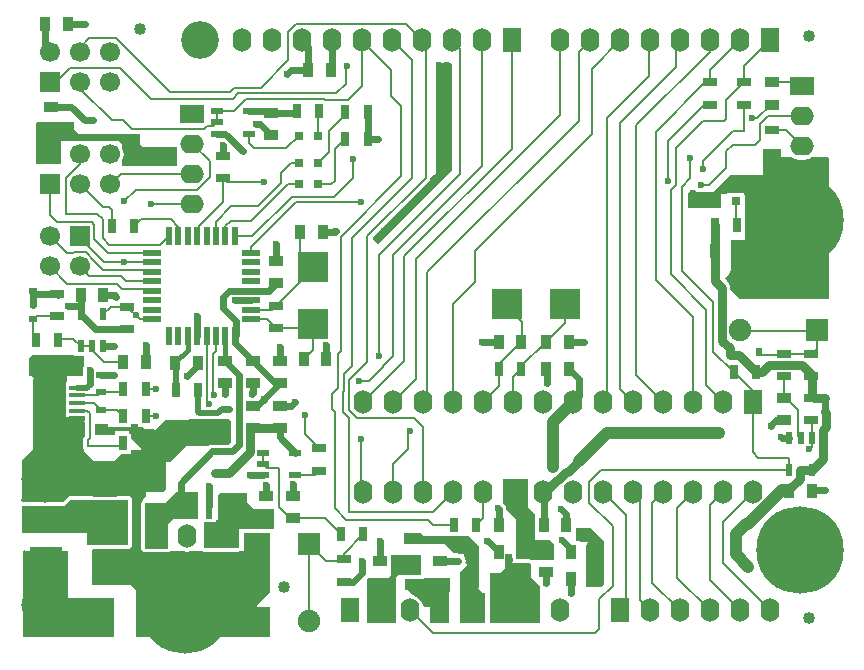
<source format=gtl>
G04*
G04 #@! TF.GenerationSoftware,Altium Limited,Altium Designer,18.1.7 (191)*
G04*
G04 Layer_Physical_Order=1*
G04 Layer_Color=255*
%FSLAX44Y44*%
%MOMM*%
G71*
G01*
G75*
%ADD10C,0.2000*%
%ADD11C,0.5000*%
%ADD12C,0.4000*%
%ADD14R,1.3500X0.4000*%
%ADD15R,1.9000X1.9000*%
%ADD16R,1.4000X1.6000*%
%ADD17R,0.9000X1.3000*%
%ADD18R,0.6000X2.2000*%
%ADD19R,3.5000X2.2000*%
%ADD20R,2.5000X2.6000*%
%ADD21R,2.6000X2.5000*%
%ADD22R,1.0000X0.5500*%
%ADD23R,0.5500X1.0000*%
%ADD24R,1.6000X3.0000*%
%ADD25R,1.3000X0.9000*%
%ADD26R,2.7000X2.0000*%
%ADD27R,0.8000X0.8000*%
%ADD28R,1.5000X0.5500*%
%ADD29R,0.5500X1.5000*%
%ADD30R,0.6858X0.5588*%
%ADD31R,0.5588X0.6858*%
%ADD32R,1.3000X0.7000*%
%ADD33R,0.7000X1.3000*%
%ADD34R,0.9000X0.6000*%
%ADD61C,1.9000*%
%ADD62R,1.9000X1.9000*%
%ADD69C,1.0160*%
%ADD70C,1.0000*%
%ADD71C,0.8000*%
%ADD72C,0.6000*%
%ADD73O,1.6000X2.0000*%
%ADD74R,1.6000X2.0000*%
%ADD75R,2.0000X1.6000*%
%ADD76O,2.0000X1.6000*%
%ADD77C,1.7000*%
%ADD78R,1.7000X1.7000*%
G04:AMPARAMS|DCode=79|XSize=2mm|YSize=1.2mm|CornerRadius=0.36mm|HoleSize=0mm|Usage=FLASHONLY|Rotation=0.000|XOffset=0mm|YOffset=0mm|HoleType=Round|Shape=RoundedRectangle|*
%AMROUNDEDRECTD79*
21,1,2.0000,0.4800,0,0,0.0*
21,1,1.2800,1.2000,0,0,0.0*
1,1,0.7200,0.6400,-0.2400*
1,1,0.7200,-0.6400,-0.2400*
1,1,0.7200,-0.6400,0.2400*
1,1,0.7200,0.6400,0.2400*
%
%ADD79ROUNDEDRECTD79*%
%ADD80C,3.2000*%
%ADD81C,4.0000*%
%ADD82C,7.4000*%
%ADD83C,0.6000*%
G36*
X46000Y432750D02*
X50250Y428500D01*
X101500D01*
Y420500D01*
X104000Y418000D01*
X133000D01*
Y402300D01*
X132876Y402000D01*
X86500D01*
Y406296D01*
X87404Y408478D01*
X87799Y411480D01*
X87404Y414482D01*
X86500Y416665D01*
Y420000D01*
X84000Y422500D01*
X79646D01*
X79202Y422684D01*
X76200Y423079D01*
X73198Y422684D01*
X72754Y422500D01*
X54246D01*
X53802Y422684D01*
X50800Y423079D01*
X47798Y422684D01*
X47354Y422500D01*
X35000D01*
Y404000D01*
X34000Y403051D01*
X14000D01*
Y438298D01*
X14488Y438500D01*
X46000D01*
Y432750D01*
D02*
G37*
G36*
X45750Y241000D02*
X54000D01*
Y232193D01*
X53598Y231591D01*
X53133Y229250D01*
Y224000D01*
X40000D01*
X39625Y223625D01*
Y219000D01*
X38995D01*
Y209000D01*
Y202500D01*
Y196000D01*
Y189500D01*
X54917D01*
Y186604D01*
X53765Y185025D01*
X54917Y184622D01*
Y174248D01*
X54858Y173076D01*
X54366Y172584D01*
X53482Y171261D01*
X53172Y169700D01*
X53172Y169700D01*
Y164500D01*
X53482Y162939D01*
X54295Y161723D01*
X54246Y160746D01*
X54000Y160500D01*
X62500Y152000D01*
X79750D01*
X85750Y158000D01*
X93750D01*
Y161500D01*
X102500D01*
Y162930D01*
X93750Y171680D01*
Y177000D01*
X80750D01*
Y174000D01*
X64470D01*
X64000Y174195D01*
Y183000D01*
X74500D01*
Y181000D01*
X81000D01*
Y180500D01*
X85340D01*
X86000Y179840D01*
X86660Y180500D01*
X94000D01*
Y183000D01*
X100000D01*
Y180500D01*
X104500D01*
X105000Y180000D01*
Y179000D01*
X113375D01*
X114375Y178000D01*
X122875Y186500D01*
X178000D01*
X178821Y185570D01*
Y167501D01*
X177437Y166117D01*
X163000D01*
X160659Y165652D01*
X158935Y164500D01*
X142000D01*
X141500Y165000D01*
X127500Y151000D01*
X124000D01*
Y127865D01*
X122000Y125865D01*
X121865Y126000D01*
X107000D01*
Y122000D01*
X104000Y119000D01*
Y118576D01*
X103837Y118413D01*
X103174Y117421D01*
X102941Y116250D01*
X102941Y116250D01*
Y77750D01*
X103174Y76579D01*
X103837Y75587D01*
X104000Y75478D01*
Y75300D01*
X104267D01*
X104830Y74924D01*
X106000Y74691D01*
X125000D01*
X126171Y74924D01*
X126284Y75000D01*
X127200D01*
Y75300D01*
X138688D01*
X138728Y75283D01*
X141600Y74905D01*
X144472Y75283D01*
X144512Y75300D01*
X154815D01*
X154830Y75290D01*
X156000Y75057D01*
X165843D01*
X167000Y74905D01*
X168157Y75057D01*
X184750D01*
X185921Y75290D01*
X185935Y75300D01*
X187675D01*
X187960Y75015D01*
X189764Y76819D01*
Y90941D01*
X197282D01*
X197480Y90981D01*
X197681Y90967D01*
X200000Y91273D01*
X202319Y90967D01*
X202520Y90981D01*
X202718Y90941D01*
X211559D01*
X212000Y90500D01*
Y40728D01*
X200272Y29000D01*
X201272Y28000D01*
X212000D01*
Y3000D01*
X98000D01*
Y43000D01*
X94000Y47000D01*
X61000D01*
Y76875D01*
X61566Y77441D01*
X82598D01*
X83000Y77361D01*
X91442D01*
X91442Y77361D01*
X92613Y77594D01*
X93605Y78257D01*
X93605Y78257D01*
X93913Y78565D01*
X94576Y79557D01*
X94809Y80728D01*
X94809Y80728D01*
Y119000D01*
X94576Y120170D01*
X93913Y121163D01*
X92921Y121826D01*
X91750Y122059D01*
X83000D01*
X81830Y121826D01*
X81430Y121559D01*
X62570D01*
X62171Y121826D01*
X61000Y122059D01*
X42500D01*
X42500Y122059D01*
X41329Y121826D01*
X40337Y121163D01*
X36233Y117059D01*
X22130D01*
X21981Y117029D01*
X21830Y117044D01*
X21000Y116962D01*
X20170Y117044D01*
X20019Y117029D01*
X19870Y117059D01*
X2000D01*
X1951Y117049D01*
X582Y118418D01*
X2000Y120196D01*
X2000Y153000D01*
X11000Y162000D01*
Y221021D01*
X12000Y222021D01*
X10021Y224000D01*
X7370D01*
Y239370D01*
X10000Y242000D01*
X45750D01*
Y241000D01*
D02*
G37*
G36*
X91750Y80728D02*
X91442Y80420D01*
X83000D01*
Y80500D01*
X61000D01*
Y80420D01*
X57050D01*
Y90450D01*
X56500Y91000D01*
X2000D01*
Y114000D01*
X19870D01*
X21000Y113889D01*
X22130Y114000D01*
X37500D01*
X42500Y119000D01*
X61000D01*
Y118500D01*
X83000D01*
Y119000D01*
X91750D01*
Y80728D01*
D02*
G37*
G36*
X192000Y116750D02*
X197500Y111250D01*
X215000D01*
Y94256D01*
X214744Y94000D01*
X202718D01*
X200000Y94358D01*
X197282Y94000D01*
X185800D01*
Y79166D01*
X184750Y78116D01*
X156000D01*
Y100000D01*
X166400D01*
Y102000D01*
X168000D01*
Y123000D01*
X170000Y125000D01*
X192000D01*
Y116750D01*
D02*
G37*
G36*
X151000Y103253D02*
X150793Y102753D01*
X129753D01*
X125000Y98000D01*
Y77750D01*
X106000D01*
Y116250D01*
X106250Y116500D01*
X122500D01*
X132000Y126000D01*
X151000D01*
Y103253D01*
D02*
G37*
G36*
X4375Y76000D02*
X40750D01*
Y37720D01*
X40750Y36546D01*
X40750Y36546D01*
Y36546D01*
X40750Y36546D01*
X40750Y35250D01*
X41000Y35000D01*
X42000Y36000D01*
X42020Y36000D01*
X80000D01*
Y3250D01*
X79896Y3000D01*
X3000D01*
Y75716D01*
X4173Y76202D01*
X4375Y76000D01*
D02*
G37*
G36*
X644000Y416169D02*
Y409000D01*
X653920D01*
X654453Y408591D01*
X657128Y407483D01*
X660000Y407105D01*
X664000D01*
X666872Y407483D01*
X669548Y408591D01*
X670080Y409000D01*
X684000D01*
X685000Y408000D01*
Y289000D01*
X609600D01*
X601560Y297040D01*
Y298000D01*
X601320Y299827D01*
X600615Y301530D01*
X599492Y302992D01*
X599000Y303485D01*
Y305000D01*
X597000Y307000D01*
X602000Y312000D01*
Y338934D01*
X602160Y339000D01*
X614000D01*
Y377000D01*
X613000Y378000D01*
Y379000D01*
X599000D01*
Y378000D01*
X594000D01*
Y367026D01*
X594026Y367000D01*
X593026Y366000D01*
X566000D01*
Y378308D01*
X565958Y378350D01*
X566484Y379620D01*
X575306D01*
X576500Y379383D01*
X577694Y379620D01*
X587000D01*
Y379862D01*
X601138Y394000D01*
X629000D01*
Y416169D01*
X644000D01*
X644000Y416169D01*
D02*
G37*
G36*
X365760Y488102D02*
Y397910D01*
X303425Y335575D01*
X299019Y339981D01*
Y341251D01*
X346384Y388616D01*
X346384Y388616D01*
X347268Y389939D01*
X347578Y391500D01*
Y391578D01*
X350000Y394000D01*
X352000Y395000D01*
Y489000D01*
X364862Y489000D01*
X365760Y488102D01*
D02*
G37*
G36*
X430000Y113000D02*
X436000Y107000D01*
Y85000D01*
X448750D01*
X452000Y81750D01*
Y68000D01*
X433682D01*
X433437Y68200D01*
X433294Y68243D01*
X433171Y68326D01*
X432727Y68414D01*
X432294Y68545D01*
X432146Y68530D01*
X432000Y68559D01*
X421063D01*
X420652Y70626D01*
X420059Y71514D01*
Y73000D01*
X420000Y73296D01*
Y102877D01*
X411511Y111366D01*
X411152Y113171D01*
X409826Y115156D01*
X408877Y116104D01*
Y136500D01*
X430000D01*
Y113000D01*
D02*
G37*
G36*
X417000Y65500D02*
X432000D01*
X432780Y64553D01*
Y53560D01*
X439765Y46575D01*
X439848Y46159D01*
X440000Y45932D01*
Y15000D01*
X398000D01*
Y57250D01*
X406627D01*
X406877Y57000D01*
X410877Y61000D01*
X411000D01*
Y73000D01*
X417000D01*
Y65500D01*
D02*
G37*
G36*
X494750Y84000D02*
Y47693D01*
X492057Y45000D01*
X479326D01*
Y80600D01*
X479855Y81730D01*
X481000Y82875D01*
X481000Y83000D01*
X479329D01*
X478156Y83000D01*
X474000D01*
Y84500D01*
X470780D01*
Y95500D01*
X483250D01*
X494750Y84000D01*
D02*
G37*
G36*
X342309Y88000D02*
X380000D01*
X389000Y79000D01*
Y45000D01*
X388000Y44000D01*
X392160Y39840D01*
X394000D01*
Y15000D01*
X394000Y15000D01*
X373000D01*
Y58000D01*
X379000Y64000D01*
X377058Y65942D01*
X377368Y67500D01*
X376902Y69841D01*
X376000Y71191D01*
Y73500D01*
X371841D01*
X371250Y73618D01*
X367142D01*
X359010Y81750D01*
X325500D01*
X325250Y82000D01*
Y90500D01*
X339809D01*
X342309Y88000D01*
D02*
G37*
G36*
X364000Y42000D02*
X363000Y41000D01*
Y15000D01*
X347500D01*
Y28000D01*
X343000D01*
X340945Y30055D01*
X340917Y30272D01*
X339809Y32947D01*
X338045Y35245D01*
X335747Y37009D01*
X333072Y38117D01*
X332855Y38145D01*
X328000Y43000D01*
X326000D01*
Y51941D01*
X340000D01*
X341171Y52174D01*
X342163Y52837D01*
X342272Y53000D01*
X364000D01*
Y42000D01*
D02*
G37*
G36*
X340000Y70867D02*
Y55000D01*
X320500D01*
X318300Y52800D01*
Y15000D01*
X294000D01*
Y52160D01*
X294840Y53000D01*
X312000D01*
X314000Y55000D01*
Y60000D01*
X314500D01*
Y71880D01*
X339380D01*
X340000Y70867D01*
D02*
G37*
D10*
X237500Y316500D02*
Y346000D01*
Y316500D02*
X248000D01*
X647000Y242500D02*
X671000D01*
X625192Y242000D02*
X646500D01*
X675000Y246500D02*
Y262000D01*
X671000Y242500D02*
X675000Y246500D01*
X373000Y395000D02*
Y500760D01*
X304000Y326000D02*
X373000Y395000D01*
X304000Y240500D02*
Y326000D01*
X391160Y401550D02*
Y508000D01*
X315692Y326082D02*
X391160Y401550D01*
X315692Y240422D02*
Y326082D01*
X416560Y416316D02*
Y508000D01*
X325250Y325006D02*
X416560Y416316D01*
X325250Y236730D02*
Y325006D01*
X281000Y340800D02*
X332000Y391800D01*
X281000Y232500D02*
Y340800D01*
X274000Y225500D02*
X281000Y232500D01*
X274000Y210814D02*
Y225500D01*
X294000Y342000D02*
X343500Y391500D01*
X294000Y235442D02*
Y342000D01*
X279000Y220442D02*
X294000Y235442D01*
X332000Y391800D02*
Y490960D01*
X323000Y392808D02*
Y452500D01*
X272000Y341808D02*
X323000Y392808D01*
X272000Y245250D02*
Y341808D01*
X314960Y508000D02*
X332000Y490960D01*
X335000Y322500D02*
X457200Y444700D01*
X335000Y221080D02*
Y322500D01*
X315850Y201930D02*
X335000Y221080D01*
X457200Y444700D02*
Y508000D01*
X344500Y205180D02*
Y311500D01*
X341250Y201930D02*
X344500Y205180D01*
Y311500D02*
X473000Y440000D01*
X366650Y201930D02*
Y285135D01*
X385000Y303485D01*
Y329750D01*
X484000Y428750D01*
Y484000D02*
X508000Y508000D01*
X484000Y428750D02*
Y484000D01*
X522000Y436000D02*
X584200Y498200D01*
X522000Y224380D02*
Y436000D01*
X584200Y498200D02*
Y508000D01*
X555750Y485750D02*
Y504950D01*
X508000Y438000D02*
X555750Y485750D01*
X508000Y212980D02*
Y438000D01*
X268916Y242166D02*
X272000Y245250D01*
X268916Y213841D02*
Y242166D01*
X264000Y208925D02*
X268916Y213841D01*
X279000Y208743D02*
Y220442D01*
X273950Y210765D02*
X274000Y210814D01*
X278950Y208693D02*
X279000Y208743D01*
X314250Y461250D02*
X323000Y452500D01*
X314250Y461250D02*
Y483310D01*
X264000Y195975D02*
X266750Y193225D01*
Y111800D02*
Y193225D01*
Y111800D02*
X276450Y102100D01*
X345400D02*
X349500Y98000D01*
X276450Y102100D02*
X345400D01*
X273950Y193095D02*
X278950Y188095D01*
Y109080D02*
Y188095D01*
Y109080D02*
X350000D01*
X264000Y195975D02*
Y208925D01*
X273950Y193095D02*
Y210765D01*
X278950Y195167D02*
Y208693D01*
Y195167D02*
X285687Y188430D01*
X241000Y174500D02*
Y191000D01*
Y174500D02*
X253000Y162500D01*
X567750Y391500D02*
Y408000D01*
X560429Y384179D02*
X567750Y391500D01*
X560429Y312821D02*
Y384179D01*
X555429Y416429D02*
X578750Y439750D01*
X555429Y385808D02*
Y416429D01*
X578750Y439750D02*
X596500D01*
X560429Y312821D02*
X587000Y286250D01*
X551000Y381379D02*
X555429Y385808D01*
X579440Y453440D02*
X584200D01*
X549000Y423000D02*
X579440Y453440D01*
X549000Y388571D02*
Y423000D01*
X538250Y305000D02*
Y430750D01*
Y305000D02*
X569850Y273400D01*
X522000Y224380D02*
X544450Y201930D01*
X508000Y212980D02*
X519050Y201930D01*
X497000Y442200D02*
X532500Y477700D01*
X497000Y205280D02*
Y442200D01*
X493650Y201930D02*
X497000Y205280D01*
X595250Y100330D02*
X620650Y125730D01*
X595250Y65150D02*
Y100330D01*
Y65150D02*
X635000Y25400D01*
X647000Y207000D02*
X659000Y195000D01*
Y173000D02*
Y195000D01*
Y173000D02*
X661000Y171000D01*
X158000Y205058D02*
X158500Y204558D01*
X158000Y205058D02*
Y210442D01*
X158500Y210942D01*
Y201000D02*
X159750Y199750D01*
X158500Y201000D02*
Y204558D01*
Y210942D02*
Y242950D01*
X670500Y185000D02*
X672000Y186500D01*
X670500Y171000D02*
Y185000D01*
X587000Y244500D02*
X604500Y227000D01*
X587000Y244500D02*
Y286250D01*
X519050Y125730D02*
X525000Y119780D01*
Y33800D02*
Y119780D01*
Y33800D02*
X533400Y25400D01*
X493650Y125730D02*
X513000Y106380D01*
Y30400D02*
Y106380D01*
X508000Y25400D02*
X513000Y30400D01*
X492057Y144000D02*
X651500D01*
X482150Y134093D02*
X492057Y144000D01*
X482150Y116260D02*
X502000Y96410D01*
Y46250D02*
Y96410D01*
X490500Y34750D02*
X502000Y46250D01*
X482150Y116260D02*
Y134093D01*
X65500Y361000D02*
X70130Y356370D01*
X39000Y361000D02*
X65500D01*
X70130Y340370D02*
Y356370D01*
Y340370D02*
X75750Y334750D01*
X50800Y386080D02*
X70130Y366750D01*
X75250D01*
X78000Y364000D01*
X343500Y391500D02*
Y504860D01*
X84250Y164500D02*
X87250Y167500D01*
X57250Y164500D02*
X84250D01*
X82500Y195000D02*
X87500Y190000D01*
X69000Y195000D02*
X82500D01*
X84500Y210000D02*
X87500Y213000D01*
X69000Y210000D02*
X84500D01*
X50800Y467200D02*
X77750Y440250D01*
X94500Y432750D02*
X156000D01*
X87000Y440250D02*
X94500Y432750D01*
X77750Y440250D02*
X87000D01*
X82000Y302000D02*
X86250Y297750D01*
X40000Y302000D02*
X82000D01*
X86250Y297750D02*
X110250D01*
X598250Y414000D02*
X604000Y419750D01*
X598250Y400058D02*
Y414000D01*
X583692Y385500D02*
X598250Y400058D01*
X576500Y385500D02*
X583692D01*
X307270Y231828D02*
Y232000D01*
X295442Y220000D02*
X307270Y231828D01*
Y232000D02*
X315692Y240422D01*
X287750Y220000D02*
X295442D01*
X310500Y221980D02*
X325250Y236730D01*
X310500Y221980D02*
Y221980D01*
X365760Y508000D02*
X373000Y500760D01*
X473000Y498400D02*
X482600Y508000D01*
X473000Y440000D02*
Y498400D01*
X91000Y282500D02*
X101500Y272000D01*
X57050Y194500D02*
X58995Y192555D01*
Y171445D02*
Y192555D01*
X57250Y169700D02*
X58995Y171445D01*
X48745Y194500D02*
X57050D01*
X57250Y164500D02*
Y169700D01*
X651500Y144000D02*
Y154500D01*
X625250D02*
X651500D01*
X620650Y159100D02*
X625250Y154500D01*
X620650Y159100D02*
Y201930D01*
X535250Y116530D02*
X544450Y125730D01*
X535250Y48950D02*
Y116530D01*
Y48950D02*
X558800Y25400D01*
X556500Y112380D02*
X569850Y125730D01*
X556500Y53100D02*
Y112380D01*
Y53100D02*
X584200Y25400D01*
Y114680D02*
X595250Y125730D01*
X584200Y50800D02*
Y114680D01*
Y50800D02*
X609600Y25400D01*
X71250Y320000D02*
X112000D01*
X161000Y391937D02*
Y405600D01*
X150363Y381300D02*
X161000Y391937D01*
X50800Y316600D02*
X58900Y308500D01*
X62800Y321379D02*
X70679Y313500D01*
X91192D01*
X58900Y308500D02*
X85750D01*
X90250Y304000D01*
X91442Y313750D02*
X110250D01*
X91192Y313500D02*
X91442Y313750D01*
X88500Y371750D02*
X98000Y381250D01*
X139187D01*
X85320Y395200D02*
X146000D01*
X76200Y386080D02*
X85320Y395200D01*
X139187Y381250D02*
X139237Y381300D01*
X150363D01*
X146000Y420600D02*
X161000Y405600D01*
X111000Y369750D02*
X112000D01*
X102500Y356500D02*
X127750D01*
X75750Y334750D02*
X118750D01*
X126000Y342000D01*
X112000Y369750D02*
X112050Y369800D01*
X146000D01*
X287500Y219750D02*
X287750Y220000D01*
X328750Y176050D02*
X330200Y177500D01*
X328750Y162000D02*
Y176050D01*
X315850Y149100D02*
X328750Y162000D01*
X315850Y125730D02*
Y149100D01*
X249500Y140000D02*
X253000Y143500D01*
X233000Y140000D02*
X249500D01*
X206000Y149500D02*
Y159000D01*
Y149500D02*
X209250Y146250D01*
X219121D01*
X219750Y145621D01*
Y112500D02*
Y145621D01*
Y112500D02*
X228750Y103500D01*
X231000D01*
X258000D02*
X271500Y90000D01*
X231000Y103500D02*
X258000D01*
X274000Y73500D02*
X290500Y90000D01*
X274000Y68500D02*
Y73500D01*
X272750Y67250D02*
X274000Y68500D01*
X259500Y67250D02*
X272750D01*
X245000Y81750D02*
X259500Y67250D01*
X245000Y16750D02*
Y81750D01*
X386500Y98000D02*
X392050Y103550D01*
Y125730D01*
X163500Y208750D02*
Y222021D01*
Y208750D02*
X164500Y207750D01*
X163500Y222021D02*
X163500Y222021D01*
X163500Y222021D02*
Y242750D01*
X48745Y207500D02*
X66500D01*
X158000Y243450D02*
X158500Y242950D01*
X163500Y242750D02*
X166000Y245250D01*
Y258000D01*
X158000Y243450D02*
Y258000D01*
X106500Y189750D02*
X115500D01*
X106500Y213000D02*
X115500D01*
X63000Y201000D02*
X69000Y195000D01*
X48745Y201000D02*
X63000D01*
X66500Y207500D02*
X69000Y210000D01*
X45000Y255500D02*
X51500Y249000D01*
X34000Y255500D02*
X45000D01*
X32500Y254000D02*
X34000Y255500D01*
X70800Y236000D02*
X87500D01*
X61000Y245800D02*
Y249000D01*
Y245800D02*
X70800Y236000D01*
X51500Y249000D02*
X61000D01*
X11000Y256500D02*
X13500Y254000D01*
X11000Y256500D02*
Y271808D01*
X13692Y274500D01*
X31000D01*
X70500Y276000D02*
X77000Y282500D01*
X91000D01*
X101500Y272000D02*
X112000D01*
X240500Y238000D02*
X248000Y245500D01*
Y267500D01*
X245000Y264500D02*
X248000Y267500D01*
X217000Y264500D02*
X245000D01*
X209500Y272000D02*
X217000Y264500D01*
X196000Y272000D02*
X209500D01*
X248000Y314500D02*
Y316500D01*
X217000Y283500D02*
X248000Y314500D01*
X213500Y280000D02*
X217000Y283500D01*
X196000Y280000D02*
X213500D01*
X174000Y342000D02*
Y350750D01*
X178500Y355250D01*
X196000D01*
X201179Y367500D02*
X220750Y387071D01*
X179000Y367500D02*
X201179D01*
X196000Y355250D02*
X226830Y386080D01*
X220750Y387071D02*
Y395500D01*
X229250Y404000D01*
X226830Y386080D02*
X236000D01*
X230500Y375750D02*
X265750D01*
X196750Y342000D02*
X230500Y375750D01*
X233750Y370750D02*
X288750D01*
X196000Y333000D02*
X233750Y370750D01*
X265750Y375750D02*
X281750Y391750D01*
X229250Y404000D02*
X236000D01*
X166000Y354500D02*
X179000Y367500D01*
X166000Y342000D02*
Y354500D01*
X266750Y416000D02*
X275500Y424750D01*
X266750Y389250D02*
Y416000D01*
X261750Y431250D02*
X275500Y445000D01*
X261750Y413750D02*
Y431250D01*
X252000Y404000D02*
X261750Y413750D01*
X263580Y386080D02*
X266750Y389250D01*
X252000Y386080D02*
X263580D01*
X275500Y445000D02*
Y447750D01*
X252000Y446500D02*
X253500Y448000D01*
X252000Y427000D02*
Y446500D01*
X225500Y416500D02*
X236000Y427000D01*
X198500Y416500D02*
X225500D01*
X194000Y421000D02*
X198500Y416500D01*
X194000Y421000D02*
Y429000D01*
X110250Y297750D02*
X112000Y296000D01*
X90250Y304000D02*
X112000D01*
X67800Y323450D02*
X71250Y320000D01*
X25400Y316600D02*
X40000Y302000D01*
X110250Y313750D02*
X112000Y312000D01*
X62800Y321379D02*
Y321571D01*
X55771Y328600D02*
X62800Y321571D01*
X45829Y328600D02*
X55771D01*
X44979Y327750D02*
X45829Y328600D01*
X39650Y327750D02*
X44979D01*
X67800Y323450D02*
Y323642D01*
X57842Y333600D02*
X67800Y323642D01*
X57650Y333600D02*
X57842D01*
X50800Y340450D02*
X57650Y333600D01*
X74750Y328000D02*
X112000D01*
X62800Y339950D02*
X74750Y328000D01*
X25400Y342000D02*
X39650Y327750D01*
X50800Y340450D02*
Y342000D01*
X62800Y339950D02*
Y351950D01*
X60750Y354000D02*
X62800Y351950D01*
X31500Y354000D02*
X60750D01*
X25400Y360100D02*
X31500Y354000D01*
X25400Y360100D02*
Y386080D01*
X78000Y351000D02*
Y364000D01*
X97000Y351000D02*
X102500Y356500D01*
X127750D02*
X134000Y350250D01*
Y342000D02*
Y350250D01*
X97000Y351000D02*
X98500Y349500D01*
X38800Y391051D02*
X50800Y403051D01*
X39000Y361000D02*
Y380709D01*
X38800Y380909D02*
X39000Y380709D01*
X38800Y380909D02*
Y391051D01*
X50800Y403051D02*
Y411480D01*
X289560Y469560D02*
Y508000D01*
X277750Y457750D02*
X289560Y469560D01*
X292500Y505060D02*
X314250Y483310D01*
X258700Y457750D02*
X277750D01*
X258450Y458000D02*
X258700Y457750D01*
X191300Y458000D02*
X258450D01*
X181300Y448000D02*
X191300Y458000D01*
X167000Y448000D02*
X181300D01*
X185000Y463000D02*
X268000D01*
X276250Y471250D01*
X180500Y458500D02*
X185000Y463000D01*
X204000Y468000D02*
X227260Y491260D01*
X181358Y468000D02*
X204000D01*
X177619Y464261D02*
X181358Y468000D01*
X126750Y464261D02*
X177619D01*
X111250Y458500D02*
X180500D01*
X276250Y471250D02*
Y485500D01*
X167000Y438500D02*
Y448000D01*
X163750Y435250D02*
X167000Y438500D01*
X158500Y435250D02*
X163750D01*
X156000Y432750D02*
X158500Y435250D01*
X50800Y467200D02*
Y472440D01*
X276250Y485500D02*
X277250Y486500D01*
X84750Y485000D02*
X111250Y458500D01*
X81171Y509840D02*
X126750Y464261D01*
X340360Y508000D02*
X343500Y504860D01*
X42750Y485000D02*
X84750D01*
X58840Y509840D02*
X81171D01*
X30190Y472440D02*
X42750Y485000D01*
X25400Y472440D02*
X30190D01*
X326860Y521500D02*
X340360Y508000D01*
X233997Y521500D02*
X326860D01*
X227260Y514763D02*
X233997Y521500D01*
X227260Y491260D02*
Y514763D01*
X50800Y501800D02*
X58840Y509840D01*
X50800Y497840D02*
Y501800D01*
X417450Y201930D02*
Y222950D01*
X424500Y230000D01*
Y232000D01*
X445500Y253000D01*
X461500Y269000D01*
Y285000D01*
X392050Y201930D02*
X405500Y215380D01*
Y230000D01*
Y234000D01*
X424500Y253000D01*
X424750Y253250D01*
Y269750D01*
X412500Y282000D02*
X424750Y269750D01*
X412500Y282000D02*
Y285000D01*
X647000Y207000D02*
Y223500D01*
X646500Y242000D02*
X647000Y242500D01*
X610000Y262000D02*
X675000D01*
X606000Y353500D02*
X607500Y352000D01*
X606000Y353500D02*
Y372000D01*
X635869Y453440D02*
X636840D01*
X624429Y442000D02*
X635869Y453440D01*
X620000Y442000D02*
X624429D01*
X633100Y443600D02*
X662000D01*
X626840Y437340D02*
X633100Y443600D01*
X626840Y423840D02*
Y437340D01*
X648400Y431800D02*
X662000Y418200D01*
X636840Y431800D02*
X648400D01*
X604000Y419750D02*
X622750D01*
X626840Y423840D01*
X658560Y472440D02*
X662000Y469000D01*
X636840Y472440D02*
X658560D01*
X578250Y399000D02*
Y406000D01*
X603500Y431250D01*
X551000Y310000D02*
Y381379D01*
Y310000D02*
X581000Y280000D01*
Y216180D02*
Y280000D01*
X604500Y227000D02*
X620650Y210850D01*
Y201930D02*
Y210850D01*
X490500Y9500D02*
Y34750D01*
X487250Y6250D02*
X490500Y9500D01*
X349350Y6250D02*
X487250D01*
X330200Y25400D02*
X349350Y6250D01*
X150000Y342000D02*
X151750Y343750D01*
Y350950D01*
X172000Y371200D01*
Y391500D01*
X175750Y387750D01*
X207000D01*
X281750Y391750D02*
Y407750D01*
X613240Y431250D02*
Y453440D01*
X603500Y431250D02*
X613240D01*
X196000Y328000D02*
Y333000D01*
X182000Y342000D02*
X196750D01*
X548929Y388500D02*
X549000Y388571D01*
X538250Y430750D02*
X579940Y472440D01*
X596500Y439750D02*
X598250Y441500D01*
X579940Y472440D02*
X584200D01*
X598250Y441500D02*
Y457450D01*
X670500Y164000D02*
Y171000D01*
X668250Y161750D02*
X670500Y164000D01*
X290450Y201930D02*
X310500Y221980D01*
X289000Y127180D02*
X290450Y125730D01*
X289000Y127180D02*
Y170250D01*
X285687Y188430D02*
X333320D01*
X341250Y180500D01*
Y125730D02*
Y180500D01*
X350000Y109080D02*
X366650Y125730D01*
X349500Y98000D02*
X367500D01*
X581000Y216180D02*
X595250Y201930D01*
X613240Y486240D02*
X635000Y508000D01*
X613240Y472440D02*
Y486240D01*
X598250Y457450D02*
X613240Y472440D01*
X584200Y482600D02*
X609600Y508000D01*
X584200Y472440D02*
Y482600D01*
X569850Y201930D02*
Y273400D01*
X555750Y504950D02*
X558800Y508000D01*
X532500Y507100D02*
X533400Y508000D01*
X532500Y477700D02*
Y507100D01*
D11*
X151500Y192250D02*
X167500D01*
X150750Y193000D02*
X151500Y192250D01*
X167500D02*
X171000Y195750D01*
X150750Y193000D02*
Y212000D01*
X442850Y125730D02*
X443500Y125080D01*
X131500Y235250D02*
X131750Y235000D01*
Y212000D02*
Y235000D01*
X131500Y235000D02*
Y235250D01*
X56500Y214000D02*
X59250Y216750D01*
X48745Y214000D02*
X56500D01*
D12*
X142000Y245750D02*
Y258000D01*
X131500Y235250D02*
X142000Y245750D01*
X174000Y236500D02*
Y258000D01*
D14*
X48745Y214000D02*
D03*
Y207500D02*
D03*
Y201000D02*
D03*
Y194500D02*
D03*
Y188000D02*
D03*
D15*
X21995Y189000D02*
D03*
Y213000D02*
D03*
X245000Y81750D02*
D03*
D16*
X46495Y233000D02*
D03*
Y169000D02*
D03*
D17*
X445500Y253000D02*
D03*
X464500D02*
D03*
X466500Y75000D02*
D03*
X485500D02*
D03*
X263000Y483000D02*
D03*
X244000D02*
D03*
X405500Y75000D02*
D03*
X424500D02*
D03*
X607500Y329750D02*
D03*
X588500D02*
D03*
X131500Y235000D02*
D03*
X150500D02*
D03*
X237500Y346000D02*
D03*
X256500D02*
D03*
X240500Y238000D02*
D03*
X259500D02*
D03*
X383500Y50000D02*
D03*
X402500D02*
D03*
X21500Y522000D02*
D03*
X40500D02*
D03*
X464500Y230000D02*
D03*
X445500D02*
D03*
X424500Y98000D02*
D03*
X405500D02*
D03*
X443500D02*
D03*
X462500D02*
D03*
X424500Y253000D02*
D03*
X405500D02*
D03*
X651500Y126436D02*
D03*
X670500D02*
D03*
X51500Y292000D02*
D03*
X70500D02*
D03*
X87500Y236000D02*
D03*
X106500D02*
D03*
X485500Y52000D02*
D03*
X466500D02*
D03*
D18*
X135000Y114000D02*
D03*
X147700D02*
D03*
X160400D02*
D03*
X173100D02*
D03*
X185800D02*
D03*
D19*
X160400Y176000D02*
D03*
D20*
X412500Y285000D02*
D03*
X461500D02*
D03*
D21*
X248000Y316500D02*
D03*
Y267500D02*
D03*
D22*
X194000Y429000D02*
D03*
Y448000D02*
D03*
X167000Y429000D02*
D03*
Y438500D02*
D03*
Y448000D02*
D03*
X233000Y140000D02*
D03*
Y159000D02*
D03*
X206000Y140000D02*
D03*
Y149500D02*
D03*
Y159000D02*
D03*
D23*
X70500Y276000D02*
D03*
X51500D02*
D03*
X70500Y249000D02*
D03*
X61000D02*
D03*
X51500D02*
D03*
X651500Y144000D02*
D03*
X670500D02*
D03*
X651500Y171000D02*
D03*
X661000D02*
D03*
X670500D02*
D03*
D24*
X72000Y95500D02*
D03*
Y136500D02*
D03*
Y21500D02*
D03*
Y62500D02*
D03*
D25*
X220000Y236500D02*
D03*
Y217500D02*
D03*
X114000Y130500D02*
D03*
Y111500D02*
D03*
X208000Y122500D02*
D03*
Y103500D02*
D03*
X197000Y236500D02*
D03*
Y217500D02*
D03*
X217000Y302500D02*
D03*
Y321500D02*
D03*
X174000Y236500D02*
D03*
Y217500D02*
D03*
X26000Y432500D02*
D03*
Y451500D02*
D03*
X636840Y472440D02*
D03*
Y453440D02*
D03*
X305000Y48500D02*
D03*
Y67500D02*
D03*
X356000Y48500D02*
D03*
Y67500D02*
D03*
X213000Y446500D02*
D03*
Y427500D02*
D03*
X220000Y179500D02*
D03*
Y198500D02*
D03*
X647000Y205500D02*
D03*
Y186500D02*
D03*
X231000Y103500D02*
D03*
Y122500D02*
D03*
X197000Y198500D02*
D03*
Y179500D02*
D03*
X445500Y77000D02*
D03*
Y58000D02*
D03*
D26*
X22000Y101000D02*
D03*
Y69000D02*
D03*
D27*
X606000Y372000D02*
D03*
X590000D02*
D03*
X252000Y427000D02*
D03*
X236000D02*
D03*
X252000Y404000D02*
D03*
X236000D02*
D03*
X252000Y386080D02*
D03*
X236000D02*
D03*
D28*
X196000Y272000D02*
D03*
Y280000D02*
D03*
Y288000D02*
D03*
Y296000D02*
D03*
Y304000D02*
D03*
Y312000D02*
D03*
Y320000D02*
D03*
Y328000D02*
D03*
X112000D02*
D03*
Y320000D02*
D03*
Y312000D02*
D03*
Y304000D02*
D03*
Y296000D02*
D03*
Y288000D02*
D03*
Y280000D02*
D03*
Y272000D02*
D03*
D29*
X182000Y342000D02*
D03*
X174000D02*
D03*
X166000D02*
D03*
X158000D02*
D03*
X150000D02*
D03*
X142000D02*
D03*
X134000D02*
D03*
X126000D02*
D03*
Y258000D02*
D03*
X134000D02*
D03*
X142000D02*
D03*
X150000D02*
D03*
X158000D02*
D03*
X166000D02*
D03*
X174000D02*
D03*
X182000D02*
D03*
D30*
X11000Y271808D02*
D03*
Y296192D02*
D03*
D31*
X626192Y244000D02*
D03*
X601808D02*
D03*
D32*
X172000Y410500D02*
D03*
Y391500D02*
D03*
X91000Y263500D02*
D03*
Y282500D02*
D03*
X217000Y283500D02*
D03*
Y264500D02*
D03*
X613240Y472440D02*
D03*
Y453440D02*
D03*
X584200Y472440D02*
D03*
Y453440D02*
D03*
X636840Y431800D02*
D03*
Y412800D02*
D03*
X670000Y205500D02*
D03*
Y186500D02*
D03*
X31000Y293500D02*
D03*
Y274500D02*
D03*
X670080Y223500D02*
D03*
Y242500D02*
D03*
X274000Y49500D02*
D03*
Y68500D02*
D03*
X253000Y162500D02*
D03*
Y143500D02*
D03*
X647000Y223500D02*
D03*
Y242500D02*
D03*
X333000Y67500D02*
D03*
Y86500D02*
D03*
Y48500D02*
D03*
Y67500D02*
D03*
D33*
X294500Y447750D02*
D03*
X275500D02*
D03*
X294500Y424750D02*
D03*
X275500D02*
D03*
X78000Y351000D02*
D03*
X97000D02*
D03*
X106500Y213000D02*
D03*
X87500D02*
D03*
X106500Y190000D02*
D03*
X87500D02*
D03*
X106250Y167500D02*
D03*
X87250D02*
D03*
X367500Y98000D02*
D03*
X386500D02*
D03*
X623500Y227000D02*
D03*
X604500D02*
D03*
X234500Y448000D02*
D03*
X253500D02*
D03*
X405500Y230000D02*
D03*
X424500D02*
D03*
X588500Y352000D02*
D03*
X607500D02*
D03*
X32500Y254000D02*
D03*
X13500D02*
D03*
X271500Y90000D02*
D03*
X290500D02*
D03*
X150750Y212000D02*
D03*
X131750D02*
D03*
D34*
X69000Y225000D02*
D03*
Y210000D02*
D03*
Y180000D02*
D03*
Y195000D02*
D03*
D61*
X610000Y263000D02*
D03*
Y308000D02*
D03*
X675000D02*
D03*
X245000Y16750D02*
D03*
X200000D02*
D03*
Y81750D02*
D03*
D62*
X675000Y263000D02*
D03*
D69*
X224000Y45000D02*
D03*
X668000Y19000D02*
D03*
Y512000D02*
D03*
X102000Y518000D02*
D03*
D70*
X606000Y73250D02*
Y90000D01*
Y73250D02*
X616750Y62500D01*
X614580Y98580D02*
X616750D01*
X606000Y90000D02*
X614580Y98580D01*
X616750D02*
X645170Y127000D01*
X473392Y152000D02*
X496892Y175500D01*
X591750D01*
X451314Y184994D02*
X468250Y201930D01*
X451314Y147000D02*
Y184994D01*
D71*
X662500Y233000D02*
X671000Y224500D01*
Y206500D02*
X672000Y205500D01*
X671000Y206500D02*
Y224500D01*
X660250Y144000D02*
X670500D01*
X660250Y136515D02*
Y144000D01*
X651500Y127765D02*
X660250Y136515D01*
X651500Y127000D02*
Y127765D01*
X681867Y193118D02*
X682500Y192485D01*
Y180515D02*
Y192485D01*
X680000Y178015D02*
X682500Y180515D01*
X681867Y193118D02*
Y194118D01*
X680000Y153500D02*
Y178015D01*
X670500Y144000D02*
X680000Y153500D01*
X634250Y233000D02*
X662500D01*
X628250Y227000D02*
X634250Y233000D01*
X594500Y253500D02*
X600808Y247192D01*
X594500Y253500D02*
Y298000D01*
X608500Y242000D02*
X623500Y227000D01*
X600808Y242000D02*
X608500D01*
X600808D02*
Y247192D01*
X645170Y127000D02*
X651500D01*
X588500Y304000D02*
Y329000D01*
Y304000D02*
X594500Y298000D01*
X443500Y125080D02*
X454420Y136000D01*
X463836Y142444D02*
X473392Y152000D01*
X462314Y142444D02*
X463836D01*
X455870Y136000D02*
X462314Y142444D01*
X454420Y136000D02*
X455870D01*
X197000Y179500D02*
X220000D01*
X195000Y159686D02*
Y177500D01*
X197000Y179500D01*
X177064Y141750D02*
X195000Y159686D01*
X165000Y141750D02*
X177064D01*
X672000Y205500D02*
X681660D01*
X623500Y227000D02*
X628250D01*
X588500Y329000D02*
Y352000D01*
D72*
X40750Y283000D02*
X51500D01*
X681660Y193911D02*
Y205500D01*
X201000Y198500D02*
X220000Y217500D01*
X171000Y195750D02*
X177000D01*
X185500Y165529D02*
Y225000D01*
X179971Y160000D02*
X185500Y165529D01*
X163000Y160000D02*
X179971D01*
X136427Y133427D02*
X163000Y160000D01*
X172000Y281500D02*
Y290625D01*
X177375Y296000D01*
X196000D01*
X172000Y281500D02*
X182750Y270750D01*
X196000Y296000D02*
X210500D01*
X217000Y302500D01*
X135000Y114000D02*
X136427Y115427D01*
Y133427D01*
X220000Y179500D02*
X220000Y179500D01*
X174000Y236500D02*
X185500Y225000D01*
X220000Y172000D02*
Y179500D01*
Y172000D02*
X233000Y159000D01*
X43500Y451500D02*
X54750Y440250D01*
X61500D01*
X26000Y451500D02*
X43500D01*
X80750Y292000D02*
X81750Y291000D01*
X70500Y292000D02*
X80750D01*
X635750Y181750D02*
Y182000D01*
X640250Y186500D01*
X648500D01*
X446250Y217750D02*
Y229250D01*
X445500Y230000D02*
X446250Y229250D01*
X464500Y253000D02*
X477500D01*
X391500D02*
X405500D01*
X106500Y236000D02*
Y249750D01*
X141600Y224000D02*
X150500Y232900D01*
Y235000D01*
X149750Y274250D02*
X150000Y274000D01*
Y258000D02*
Y274000D01*
X173750Y208750D02*
X174000Y209000D01*
Y217500D01*
X196250Y208750D02*
X197000Y209500D01*
Y217500D01*
X229250Y198500D02*
X232500Y201750D01*
X220000Y198500D02*
X229250D01*
X259500Y238000D02*
Y249750D01*
X220000Y236500D02*
Y248250D01*
X182250Y288000D02*
X182250Y288000D01*
X196000D01*
X216750Y335592D02*
X217000Y335342D01*
Y321500D02*
Y335342D01*
X267000Y346000D02*
X267750Y346750D01*
X256500Y346000D02*
X267000D01*
X263000Y483000D02*
X264160Y484160D01*
Y508000D01*
X200000Y437000D02*
X203500D01*
X213000Y427500D01*
X173750Y429000D02*
X188750Y414000D01*
X167000Y429000D02*
X173750D01*
X40500Y522000D02*
X55500D01*
X644000Y172500D02*
X645500Y171000D01*
X651500D01*
X670500Y127000D02*
X681500D01*
X458750Y85160D02*
X466500Y77410D01*
Y75000D02*
Y77410D01*
X458000Y111250D02*
X462500Y106750D01*
Y98000D02*
Y106750D01*
X395500Y84250D02*
X396250D01*
X405500Y75000D01*
X404500Y111830D02*
X405500Y110830D01*
Y98000D02*
Y110830D01*
X356000Y67500D02*
X371250D01*
X305000D02*
Y84500D01*
X194750Y140000D02*
X206000D01*
X231000Y122500D02*
Y132000D01*
X208000Y122500D02*
Y131750D01*
X160400Y114000D02*
Y131000D01*
X70500Y249000D02*
X79750D01*
X69000Y225000D02*
X80000D01*
X21500Y501740D02*
X25400Y497840D01*
X21500Y501740D02*
Y522000D01*
X294500Y424750D02*
X303000D01*
X294500D02*
Y447750D01*
X233000Y446500D02*
X234500Y448000D01*
X223500Y446500D02*
X233000D01*
X213000D02*
X223500D01*
X211500Y448000D02*
X213000Y446500D01*
X194000Y448000D02*
X211500D01*
X172000Y410500D02*
Y419250D01*
X11000Y283750D02*
Y296192D01*
X13692Y293500D01*
X31000D01*
X51500Y283000D02*
Y292000D01*
Y276000D02*
Y283000D01*
Y276000D02*
X64000Y263500D01*
X31000Y293500D02*
X32500Y292000D01*
X64000Y263500D02*
X91000D01*
X290000Y57250D02*
Y67000D01*
X282250Y49500D02*
X290000Y57250D01*
X274000Y49500D02*
X282250D01*
X445500Y48500D02*
X445500Y48500D01*
Y58000D01*
X466500Y40250D02*
Y52000D01*
X468250Y201930D02*
X473500Y207180D01*
Y221000D01*
X464500Y230000D02*
X473500Y221000D01*
X206500Y204000D02*
X206750Y203750D01*
X197000Y198500D02*
X201000D01*
X216000Y217500D02*
X220000D01*
X197000Y236500D02*
X216000Y217500D01*
X182000Y251500D02*
X197000Y236500D01*
X182000Y251500D02*
Y258000D01*
X182750Y258750D01*
Y270750D01*
X114000Y90200D02*
X116200Y88000D01*
X59250Y216750D02*
Y229250D01*
X244000Y483000D02*
Y502760D01*
X238760Y508000D02*
X244000Y502760D01*
X229250Y483000D02*
X244000D01*
X226000Y479750D02*
X229250Y483000D01*
X443500Y98000D02*
Y125080D01*
D73*
X167000Y88000D02*
D03*
X141600D02*
D03*
X187960Y508000D02*
D03*
X213360D02*
D03*
X238760D02*
D03*
X264160D02*
D03*
X289560D02*
D03*
X314960D02*
D03*
X340360D02*
D03*
X365760D02*
D03*
X391160D02*
D03*
X457200D02*
D03*
X482600D02*
D03*
X508000D02*
D03*
X533400D02*
D03*
X558800D02*
D03*
X584200D02*
D03*
X609600D02*
D03*
X635000Y25400D02*
D03*
X609600D02*
D03*
X584200D02*
D03*
X558800D02*
D03*
X533400D02*
D03*
X457200D02*
D03*
X431800D02*
D03*
X406400D02*
D03*
X381000D02*
D03*
X355600D02*
D03*
X330200D02*
D03*
X304800D02*
D03*
X595250Y201930D02*
D03*
X569850D02*
D03*
X544450D02*
D03*
X519050D02*
D03*
X493650D02*
D03*
X468250D02*
D03*
X442850D02*
D03*
X417450D02*
D03*
X392050D02*
D03*
X366650D02*
D03*
X341250D02*
D03*
X315850D02*
D03*
X290450D02*
D03*
X620650Y125730D02*
D03*
X595250D02*
D03*
X569850D02*
D03*
X544450D02*
D03*
X519050D02*
D03*
X493650D02*
D03*
X468250D02*
D03*
X442850D02*
D03*
X417450D02*
D03*
X392050D02*
D03*
X366650D02*
D03*
X341250D02*
D03*
X315850D02*
D03*
X290450D02*
D03*
D74*
X116200Y88000D02*
D03*
X416560Y508000D02*
D03*
X635000D02*
D03*
X508000Y25400D02*
D03*
X279400D02*
D03*
X620650Y201930D02*
D03*
D75*
X146000Y446000D02*
D03*
X662000Y469000D02*
D03*
D76*
X146000Y420600D02*
D03*
Y395200D02*
D03*
Y369800D02*
D03*
X662000Y418200D02*
D03*
Y443600D02*
D03*
D77*
X25400Y316600D02*
D03*
X50800D02*
D03*
X25400Y342000D02*
D03*
X76200Y411480D02*
D03*
X50800D02*
D03*
X25400D02*
D03*
X76200Y386080D02*
D03*
X50800D02*
D03*
X76200Y497840D02*
D03*
X50800D02*
D03*
X25400D02*
D03*
X76200Y472440D02*
D03*
X50800D02*
D03*
D78*
Y342000D02*
D03*
X25400Y386080D02*
D03*
Y472440D02*
D03*
D79*
X21995Y234000D02*
D03*
Y168000D02*
D03*
D80*
X152400Y508000D02*
D03*
D81*
X21000Y30000D02*
D03*
Y137000D02*
D03*
D82*
X139700Y25400D02*
D03*
X660400Y76200D02*
D03*
Y355600D02*
D03*
D83*
X113000Y156000D02*
D03*
X114530Y165000D02*
D03*
X139237Y174500D02*
D03*
Y182500D02*
D03*
X147700Y175000D02*
D03*
Y182500D02*
D03*
X362000Y487000D02*
D03*
X355000D02*
D03*
X304000Y341000D02*
D03*
X355000Y481000D02*
D03*
X320250Y356750D02*
D03*
X314500Y351750D02*
D03*
X241000Y191000D02*
D03*
X578000Y371750D02*
D03*
X570000Y379000D02*
D03*
X606750Y73500D02*
D03*
X451314Y147000D02*
D03*
X415000Y68285D02*
D03*
X423000Y61750D02*
D03*
X332000Y60703D02*
D03*
X112050Y405600D02*
D03*
X119000Y412000D02*
D03*
X165000Y141750D02*
D03*
X177000Y195750D02*
D03*
X61500Y440250D02*
D03*
X95000Y177250D02*
D03*
X81750Y291000D02*
D03*
X635750Y181750D02*
D03*
X308250Y346750D02*
D03*
X362000Y481000D02*
D03*
X570000Y371500D02*
D03*
X446250Y217750D02*
D03*
X477500Y253000D02*
D03*
X391500D02*
D03*
X106500Y249750D02*
D03*
X141600Y224000D02*
D03*
X149750Y274250D02*
D03*
X173750Y208750D02*
D03*
X196250D02*
D03*
X232500Y201750D02*
D03*
X259500Y249750D02*
D03*
X220000Y248250D02*
D03*
X182250Y288000D02*
D03*
X216750Y335592D02*
D03*
X267750Y346750D02*
D03*
X200000Y437000D02*
D03*
X188750Y414000D02*
D03*
X55500Y522000D02*
D03*
X644000Y172500D02*
D03*
X681500Y127000D02*
D03*
X458750Y85160D02*
D03*
X458000Y111250D02*
D03*
X416500Y61000D02*
D03*
X395500Y84250D02*
D03*
X404500Y111830D02*
D03*
X371250Y67500D02*
D03*
X305000Y84500D02*
D03*
X194750Y140000D02*
D03*
X231000Y132000D02*
D03*
X208000Y131750D02*
D03*
X160400Y131000D02*
D03*
X79750Y249000D02*
D03*
X80000Y225000D02*
D03*
X303000Y424750D02*
D03*
X223500Y446500D02*
D03*
X172000Y419250D02*
D03*
X126500Y406250D02*
D03*
X11000Y283750D02*
D03*
X40750Y283000D02*
D03*
X290000Y67000D02*
D03*
X319500Y67500D02*
D03*
X445500Y48500D02*
D03*
X466500Y40250D02*
D03*
X616750Y62500D02*
D03*
X88500Y320000D02*
D03*
Y371750D02*
D03*
X98250Y275250D02*
D03*
X111000Y369750D02*
D03*
X287500Y219750D02*
D03*
X330200Y177500D02*
D03*
X475000Y91500D02*
D03*
X206500Y204000D02*
D03*
X159750Y199750D02*
D03*
X164500Y207750D02*
D03*
X86500Y111250D02*
D03*
Y101250D02*
D03*
X59250Y216750D02*
D03*
Y229250D02*
D03*
X115500Y189750D02*
D03*
X115500Y213000D02*
D03*
X277250Y486500D02*
D03*
X620000Y442000D02*
D03*
X567750Y408000D02*
D03*
X578250Y399000D02*
D03*
X576500Y385500D02*
D03*
X226000Y479750D02*
D03*
X591750Y175500D02*
D03*
X207000Y387750D02*
D03*
X288750Y370750D02*
D03*
X281750Y407750D02*
D03*
X548929Y388500D02*
D03*
X668250Y161750D02*
D03*
X304000Y240500D02*
D03*
X289000Y170250D02*
D03*
M02*

</source>
